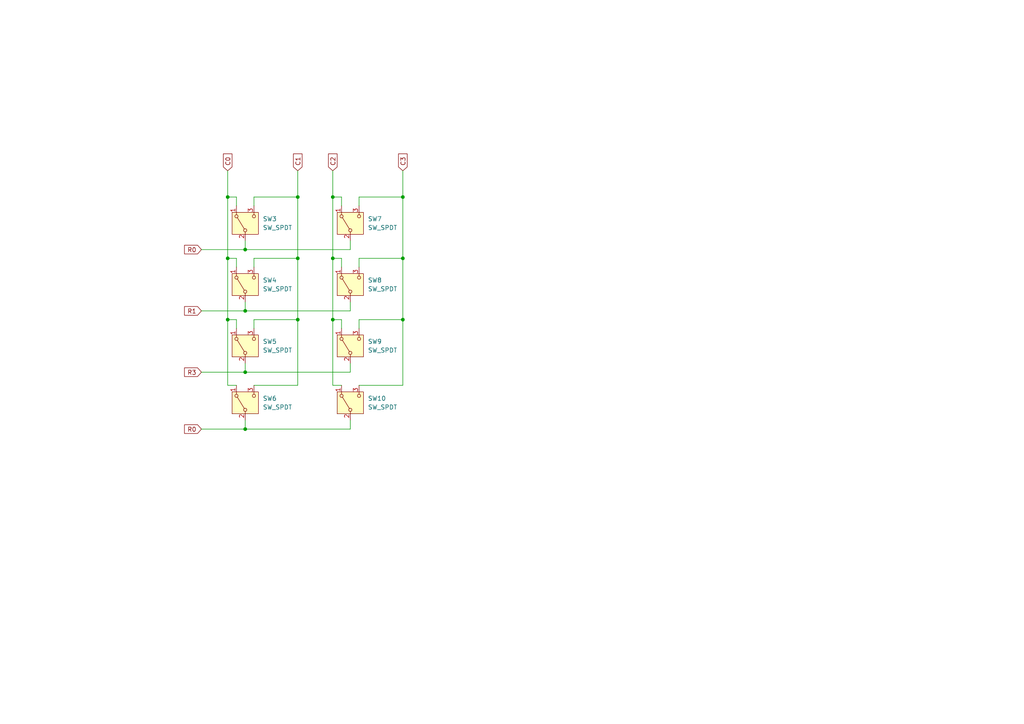
<source format=kicad_sch>
(kicad_sch (version 20231120) (generator "eeschema") (generator_version "8.0")
  (paper "A4")
  (lib_symbols
    (symbol "Switch:SW_SPDT" (pin_names (offset 0) hide)
      (property "Reference" "SW" (at 0 5.08 0))
      (property "Value" "SW_SPDT" (at 0 -5.08 0))
      (symbol "SW_SPDT_0_1"
        (circle (center -2.032 0) (radius 0.4572))
        (polyline (pts (xy -1.651 0.254) (xy 1.651 2.286)))
        (circle (center 2.032 -2.54) (radius 0.4572))
        (circle (center 2.032 2.54) (radius 0.4572))
      )
      (symbol "SW_SPDT_1_1"
        (rectangle (start -3.175 3.81) (end 3.175 -3.81) (fill (type background)))
        (pin passive line (at 5.08 2.54 180) (length 2.54) (name "A") (number "1"))
        (pin passive line (at -5.08 0 0) (length 2.54) (name "B") (number "2"))
        (pin passive line (at 5.08 -2.54 180) (length 2.54) (name "C") (number "3"))
      )
    )
  )
  (junction (at 71.12 72.39))
  (junction (at 116.84 74.93))
  (junction (at 66.04 92.71))
  (junction (at 116.84 92.71))
  (junction (at 66.04 57.15))
  (junction (at 71.12 90.17))
  (junction (at 71.12 107.95))
  (junction (at 116.84 57.15))
  (junction (at 96.52 57.15))
  (junction (at 86.36 74.93))
  (junction (at 86.36 92.71))
  (junction (at 66.04 74.93))
  (junction (at 96.52 74.93))
  (junction (at 86.36 57.15))
  (junction (at 96.52 92.71))
  (junction (at 71.12 124.46))
  (wire (pts (xy 86.36 74.93) (xy 86.36 92.71)))
  (wire (pts (xy 99.06 57.15) (xy 99.06 59.69)))
  (wire (pts (xy 71.12 90.17) (xy 101.6 90.17)))
  (wire (pts (xy 68.58 59.69) (xy 68.58 57.15)))
  (wire (pts (xy 73.66 111.76) (xy 86.36 111.76)))
  (wire (pts (xy 101.6 105.41) (xy 101.6 107.95)))
  (wire (pts (xy 116.84 57.15) (xy 116.84 74.93)))
  (wire (pts (xy 66.04 74.93) (xy 66.04 92.71)))
  (wire (pts (xy 116.84 49.53) (xy 116.84 57.15)))
  (wire (pts (xy 99.06 77.47) (xy 99.06 74.93)))
  (wire (pts (xy 58.42 72.39) (xy 71.12 72.39)))
  (wire (pts (xy 68.58 74.93) (xy 66.04 74.93)))
  (wire (pts (xy 96.52 57.15) (xy 99.06 57.15)))
  (wire (pts (xy 58.42 90.17) (xy 71.12 90.17)))
  (wire (pts (xy 71.12 121.92) (xy 71.12 124.46)))
  (wire (pts (xy 101.6 87.63) (xy 101.6 90.17)))
  (wire (pts (xy 73.66 77.47) (xy 73.66 74.93)))
  (wire (pts (xy 68.58 92.71) (xy 68.58 95.25)))
  (wire (pts (xy 73.66 92.71) (xy 86.36 92.71)))
  (wire (pts (xy 96.52 57.15) (xy 96.52 74.93)))
  (wire (pts (xy 58.42 124.46) (xy 71.12 124.46)))
  (wire (pts (xy 101.6 72.39) (xy 71.12 72.39)))
  (wire (pts (xy 73.66 92.71) (xy 73.66 95.25)))
  (wire (pts (xy 96.52 92.71) (xy 96.52 111.76)))
  (wire (pts (xy 71.12 69.85) (xy 71.12 72.39)))
  (wire (pts (xy 58.42 107.95) (xy 71.12 107.95)))
  (wire (pts (xy 101.6 69.85) (xy 101.6 72.39)))
  (wire (pts (xy 116.84 74.93) (xy 116.84 92.71)))
  (wire (pts (xy 99.06 74.93) (xy 96.52 74.93)))
  (wire (pts (xy 86.36 49.53) (xy 86.36 57.15)))
  (wire (pts (xy 104.14 111.76) (xy 116.84 111.76)))
  (wire (pts (xy 71.12 124.46) (xy 101.6 124.46)))
  (wire (pts (xy 71.12 87.63) (xy 71.12 90.17)))
  (wire (pts (xy 86.36 57.15) (xy 86.36 74.93)))
  (wire (pts (xy 66.04 92.71) (xy 66.04 111.76)))
  (wire (pts (xy 99.06 92.71) (xy 96.52 92.71)))
  (wire (pts (xy 66.04 57.15) (xy 66.04 74.93)))
  (wire (pts (xy 66.04 92.71) (xy 68.58 92.71)))
  (wire (pts (xy 116.84 92.71) (xy 116.84 111.76)))
  (wire (pts (xy 104.14 59.69) (xy 104.14 57.15)))
  (wire (pts (xy 104.14 92.71) (xy 116.84 92.71)))
  (wire (pts (xy 104.14 57.15) (xy 116.84 57.15)))
  (wire (pts (xy 96.52 49.53) (xy 96.52 57.15)))
  (wire (pts (xy 99.06 111.76) (xy 96.52 111.76)))
  (wire (pts (xy 73.66 57.15) (xy 86.36 57.15)))
  (wire (pts (xy 71.12 105.41) (xy 71.12 107.95)))
  (wire (pts (xy 104.14 77.47) (xy 104.14 74.93)))
  (wire (pts (xy 101.6 121.92) (xy 101.6 124.46)))
  (wire (pts (xy 66.04 49.53) (xy 66.04 57.15)))
  (wire (pts (xy 73.66 59.69) (xy 73.66 57.15)))
  (wire (pts (xy 66.04 111.76) (xy 68.58 111.76)))
  (wire (pts (xy 68.58 57.15) (xy 66.04 57.15)))
  (wire (pts (xy 86.36 92.71) (xy 86.36 111.76)))
  (wire (pts (xy 104.14 74.93) (xy 116.84 74.93)))
  (wire (pts (xy 96.52 74.93) (xy 96.52 92.71)))
  (wire (pts (xy 71.12 107.95) (xy 101.6 107.95)))
  (wire (pts (xy 99.06 95.25) (xy 99.06 92.71)))
  (wire (pts (xy 68.58 77.47) (xy 68.58 74.93)))
  (wire (pts (xy 73.66 74.93) (xy 86.36 74.93)))
  (wire (pts (xy 104.14 95.25) (xy 104.14 92.71)))
  (global_label "R1" (shape input) (at 58.42 90.17 180) (property "Intersheetrefs" "${INTERSHEET_REFS}" (effects (hide yes))))
  (global_label "C0" (shape input) (at 66.04 49.53 90) (property "Intersheetrefs" "${INTERSHEET_REFS}" (effects (hide yes))))
  (global_label "C1" (shape input) (at 86.36 49.53 90) (property "Intersheetrefs" "${INTERSHEET_REFS}" (effects (hide yes))))
  (global_label "C2" (shape input) (at 96.52 49.53 90) (property "Intersheetrefs" "${INTERSHEET_REFS}" (effects (hide yes))))
  (global_label "R3" (shape input) (at 58.42 107.95 180) (property "Intersheetrefs" "${INTERSHEET_REFS}" (effects (hide yes))))
  (global_label "R0" (shape input) (at 58.42 72.39 180) (property "Intersheetrefs" "${INTERSHEET_REFS}" (effects (hide yes))))
  (global_label "C3" (shape input) (at 116.84 49.53 90) (property "Intersheetrefs" "${INTERSHEET_REFS}" (effects (hide yes))))
  (global_label "R0" (shape input) (at 58.42 124.46 180) (property "Intersheetrefs" "${INTERSHEET_REFS}" (effects (hide yes))))
  (symbol (lib_id "Switch:SW_SPDT") (at 101.6 64.77 90) (unit 1)
    (property "Reference" "SW7" (at 106.68 63.4999 90) (effects (justify right)))
    (property "Value" "SW_SPDT" (at 106.68 66.0399 90) (effects (justify right)))
    (property "Description" "Switch, single pole double throw" (effects (hide yes)))
  )
  (symbol (lib_id "Switch:SW_SPDT") (at 71.12 116.84 90) (unit 1)
    (property "Reference" "SW6" (at 76.2 115.5699 90) (effects (justify right)))
    (property "Value" "SW_SPDT" (at 76.2 118.1099 90) (effects (justify right)))
    (property "Description" "Switch, single pole double throw" (effects (hide yes)))
  )
  (symbol (lib_id "Switch:SW_SPDT") (at 71.12 64.77 90) (unit 1)
    (property "Reference" "SW3" (at 76.2 63.4999 90) (effects (justify right)))
    (property "Value" "SW_SPDT" (at 76.2 66.0399 90) (effects (justify right)))
    (property "Description" "Switch, single pole double throw" (effects (hide yes)))
  )
  (symbol (lib_id "Switch:SW_SPDT") (at 101.6 100.33 90) (unit 1)
    (property "Reference" "SW9" (at 106.68 99.0599 90) (effects (justify right)))
    (property "Value" "SW_SPDT" (at 106.68 101.5999 90) (effects (justify right)))
    (property "Description" "Switch, single pole double throw" (effects (hide yes)))
  )
  (symbol (lib_id "Switch:SW_SPDT") (at 71.12 82.55 90) (unit 1)
    (property "Reference" "SW4" (at 76.2 81.2799 90) (effects (justify right)))
    (property "Value" "SW_SPDT" (at 76.2 83.8199 90) (effects (justify right)))
    (property "Description" "Switch, single pole double throw" (effects (hide yes)))
  )
  (symbol (lib_id "Switch:SW_SPDT") (at 101.6 116.84 90) (unit 1)
    (property "Reference" "SW10" (at 106.68 115.5699 90) (effects (justify right)))
    (property "Value" "SW_SPDT" (at 106.68 118.1099 90) (effects (justify right)))
    (property "Description" "Switch, single pole double throw" (effects (hide yes)))
  )
  (symbol (lib_id "Switch:SW_SPDT") (at 71.12 100.33 90) (unit 1)
    (property "Reference" "SW5" (at 76.2 99.0599 90) (effects (justify right)))
    (property "Value" "SW_SPDT" (at 76.2 101.5999 90) (effects (justify right)))
    (property "Description" "Switch, single pole double throw" (effects (hide yes)))
  )
  (symbol (lib_id "Switch:SW_SPDT") (at 101.6 82.55 90) (unit 1)
    (property "Reference" "SW8" (at 106.68 81.2799 90) (effects (justify right)))
    (property "Value" "SW_SPDT" (at 106.68 83.8199 90) (effects (justify right)))
    (property "Description" "Switch, single pole double throw" (effects (hide yes)))
  )
)
</source>
